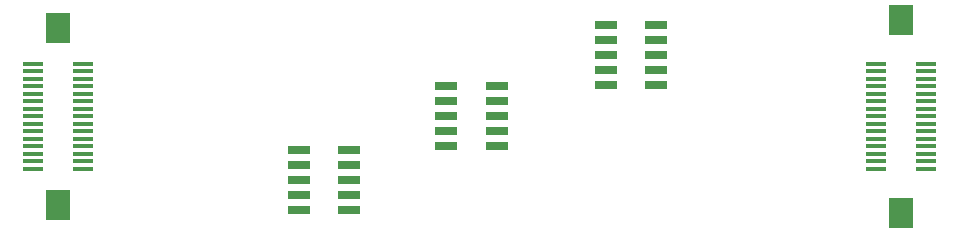
<source format=gtp>
%FSTAX42Y42*%
%MOMM*%
%SFA1B1*%

%IPPOS*%
%ADD10R,1.849996X0.739999*%
%ADD11R,1.799996X0.399999*%
%ADD13R,1.999996X2.499995*%
%ADD14R,1.999996X2.499995*%
%ADD15R,1.999996X2.499995*%
%LNflex_debugging-1*%
%LPD*%
G54D10*
X011444Y007193D03*
Y006812D03*
Y006939D03*
Y007066D03*
Y00732D03*
X010094Y006677D03*
Y006296D03*
Y006423D03*
Y00655D03*
Y006804D03*
X009669Y006677D03*
Y006296D03*
Y006423D03*
Y00655D03*
Y006804D03*
X008421Y006134D03*
Y005753D03*
Y00588D03*
Y006007D03*
Y006261D03*
X011019Y00732D03*
Y007193D03*
Y007066D03*
Y006939D03*
Y006812D03*
X008846Y006261D03*
Y006134D03*
Y006007D03*
Y00588D03*
Y005753D03*
G54D11*
X006593Y006993D03*
Y00693D03*
Y006866D03*
Y006803D03*
Y006739D03*
Y006676D03*
Y006612D03*
Y006549D03*
Y006485D03*
Y006422D03*
Y006358D03*
Y006295D03*
Y006231D03*
Y006168D03*
Y006104D03*
X006173D03*
Y006168D03*
Y006231D03*
Y006295D03*
Y006358D03*
Y006422D03*
Y006485D03*
Y006549D03*
Y006993D03*
Y00693D03*
Y006866D03*
Y006803D03*
Y006739D03*
Y006676D03*
Y006612D03*
X01373D03*
Y006676D03*
Y006739D03*
Y006803D03*
Y006866D03*
Y00693D03*
Y006993D03*
Y006549D03*
Y006485D03*
Y006422D03*
Y006358D03*
Y006295D03*
Y006231D03*
Y006168D03*
Y006104D03*
X01331D03*
Y006168D03*
Y006231D03*
Y006295D03*
Y006358D03*
Y006422D03*
Y006485D03*
Y006549D03*
Y006612D03*
Y006676D03*
Y006739D03*
Y006803D03*
Y006866D03*
Y00693D03*
Y006993D03*
G54D13*
X006383Y005799D03*
G54D14*
X006383Y007299D03*
G54D15*
X01352Y007364D03*
Y005734D03*
M02*
</source>
